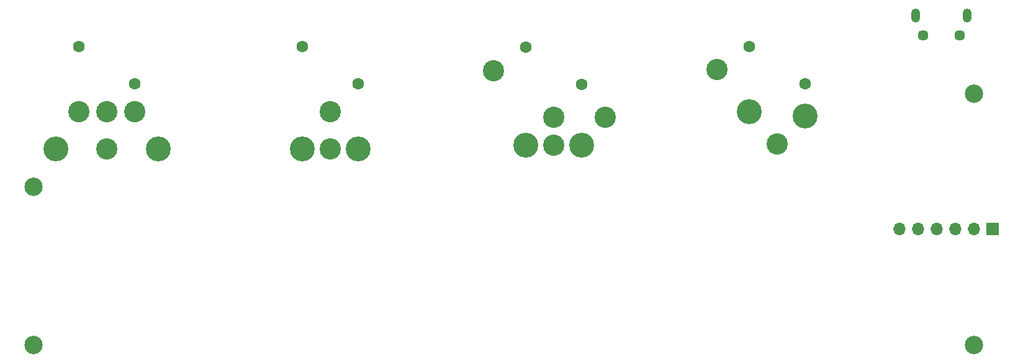
<source format=gbs>
%TF.GenerationSoftware,KiCad,Pcbnew,8.0.3*%
%TF.CreationDate,2024-06-22T14:51:58+02:00*%
%TF.ProjectId,dmx-box-rounded,646d782d-626f-4782-9d72-6f756e646564,rev?*%
%TF.SameCoordinates,Original*%
%TF.FileFunction,Soldermask,Bot*%
%TF.FilePolarity,Negative*%
%FSLAX46Y46*%
G04 Gerber Fmt 4.6, Leading zero omitted, Abs format (unit mm)*
G04 Created by KiCad (PCBNEW 8.0.3) date 2024-06-22 14:51:58*
%MOMM*%
%LPD*%
G01*
G04 APERTURE LIST*
%ADD10C,2.900000*%
%ADD11C,3.400000*%
%ADD12C,1.600000*%
%ADD13O,1.700000X1.700000*%
%ADD14R,1.700000X1.700000*%
%ADD15C,2.500000*%
%ADD16O,1.200000X1.900000*%
%ADD17C,1.450000*%
G04 APERTURE END LIST*
D10*
%TO.C,J3*%
X83670000Y-83675000D03*
X83670000Y-88755000D03*
D11*
X79860000Y-88755000D03*
X87480000Y-88755000D03*
D12*
X79860000Y-74785000D03*
X87480000Y-79865000D03*
%TD*%
D10*
%TO.C,J2*%
X105900000Y-78100000D03*
D11*
X117960000Y-88270000D03*
D10*
X121130000Y-84455000D03*
X114150000Y-88270000D03*
X114150000Y-84455000D03*
D11*
X110340000Y-88270000D03*
D12*
X110340000Y-74930000D03*
X117960000Y-80010000D03*
%TD*%
D13*
%TO.C,J6*%
X161290000Y-99695000D03*
X163830000Y-99695000D03*
X166370000Y-99695000D03*
X168910000Y-99695000D03*
X171450000Y-99695000D03*
D14*
X173990000Y-99695000D03*
%TD*%
D10*
%TO.C,J4*%
X53190000Y-83675000D03*
D11*
X46210000Y-88755000D03*
D10*
X49380000Y-83675000D03*
X53190000Y-88755000D03*
X57000000Y-83675000D03*
D11*
X60170000Y-88755000D03*
D12*
X49380000Y-74785000D03*
X57000000Y-79865000D03*
%TD*%
D15*
%TO.C,H4*%
X171450000Y-115570000D03*
%TD*%
D16*
%TO.C,J5*%
X163505000Y-70567000D03*
D17*
X164505000Y-73267000D03*
X169505000Y-73267000D03*
D16*
X170505000Y-70567000D03*
%TD*%
D15*
%TO.C,H2*%
X171450000Y-81280000D03*
%TD*%
%TO.C,H1*%
X43180000Y-93980000D03*
%TD*%
%TO.C,H3*%
X43180000Y-115570000D03*
%TD*%
D10*
%TO.C,J1*%
X136380000Y-77955000D03*
X144630000Y-88125000D03*
D11*
X148440000Y-84310000D03*
X140820000Y-83675000D03*
D12*
X140820000Y-74785000D03*
X148440000Y-79865000D03*
%TD*%
M02*

</source>
